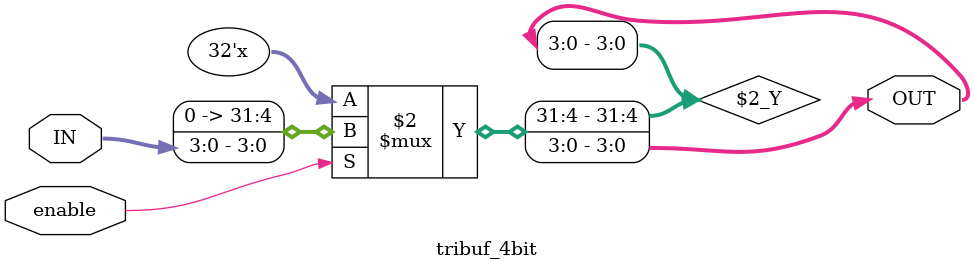
<source format=v>

module tribuf_4bit (IN, OUT, enable);
	
	input [3:0] IN;
	input enable;
	output wire [3:0] OUT;
	
	assign OUT = enable ? IN : 'bz;
	
endmodule

</source>
